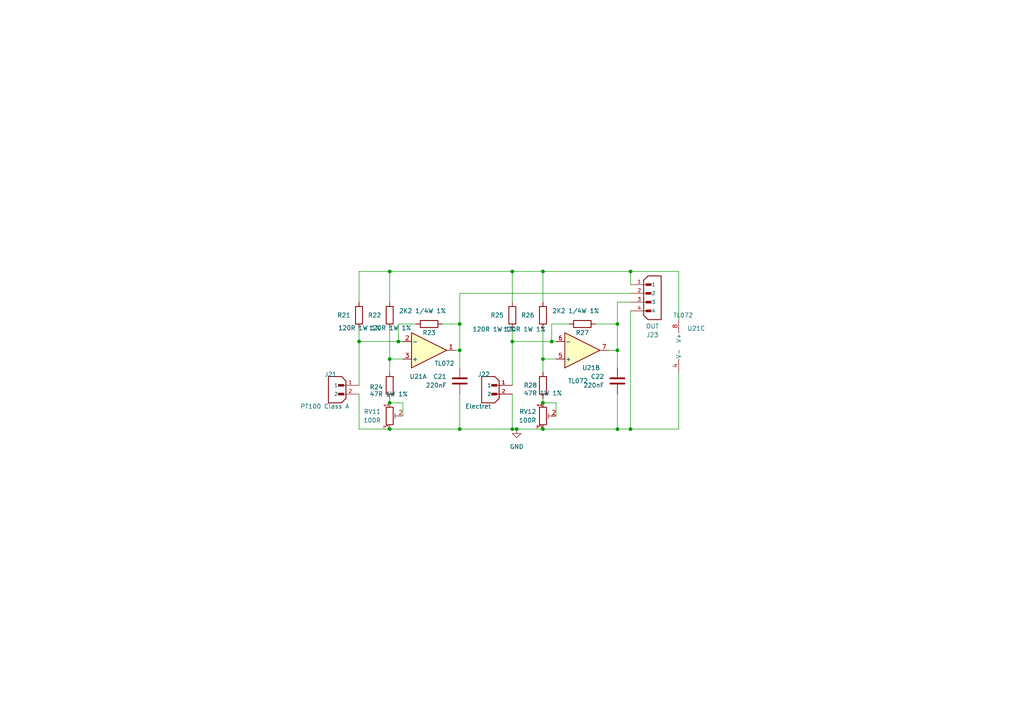
<source format=kicad_sch>
(kicad_sch (version 20231120) (generator "eeschema") (generator_version "8.0")
  (paper "A4")
  (lib_symbols
    (symbol "Amplifier_Operational:TL072" (pin_names (offset 0.127))
      (property "Reference" "U" (at 0 5.08 0))
      (property "Value" "TL072" (at 0 -5.08 0))
      (symbol "TL072_1_1"
        (polyline (pts (xy -5.08 5.08) (xy 5.08 0) (xy -5.08 -5.08) (xy -5.08 5.08)) (stroke (width 0.254)) (fill (type background)))
        (pin output line (at 7.62 0 180) (length 2.54) (name "~") (number "1"))
        (pin input line (at -7.62 -2.54 0) (length 2.54) (name "-") (number "2"))
        (pin input line (at -7.62 2.54 0) (length 2.54) (name "+") (number "3"))
      )
      (symbol "TL072_2_1"
        (polyline (pts (xy -5.08 5.08) (xy 5.08 0) (xy -5.08 -5.08) (xy -5.08 5.08)) (stroke (width 0.254)) (fill (type background)))
        (pin input line (at -7.62 2.54 0) (length 2.54) (name "+") (number "5"))
        (pin input line (at -7.62 -2.54 0) (length 2.54) (name "-") (number "6"))
        (pin output line (at 7.62 0 180) (length 2.54) (name "~") (number "7"))
      )
      (symbol "TL072_3_1"
        (pin power_in line (at -2.54 -7.62 90) (length 3.81) (name "V-") (number "4"))
        (pin power_in line (at -2.54 7.62 270) (length 3.81) (name "V+") (number "8"))
      )
    )
    (symbol "Device:C" (pin_numbers hide) (pin_names (offset 0.254))
      (property "Reference" "C" (at 0.635 2.54 0))
      (property "Value" "C" (at 0.635 -2.54 0))
      (symbol "C_0_1"
        (polyline (pts (xy -2.032 -0.762) (xy 2.032 -0.762)) (stroke (width 0.508)))
        (polyline (pts (xy -2.032 0.762) (xy 2.032 0.762)) (stroke (width 0.508)))
      )
      (symbol "C_1_1"
        (pin passive line (at 0 3.81 270) (length 2.794) (name "~") (number "1"))
        (pin passive line (at 0 -3.81 90) (length 2.794) (name "~") (number "2"))
      )
    )
    (symbol "Device:R" (pin_numbers hide) (pin_names (offset 0))
      (property "Reference" "R" (at 2.032 0 90))
      (property "Value" "R" (at 0 0 90))
      (symbol "R_0_1"
        (rectangle (start -1.016 -2.54) (end 1.016 2.54) (stroke (width 0.254)))
      )
      (symbol "R_1_1"
        (pin passive line (at 0 3.81 270) (length 1.27) (name "~") (number "1"))
        (pin passive line (at 0 -3.81 90) (length 1.27) (name "~") (number "2"))
      )
    )
    (symbol "Device:R_Potentiometer_Trim" (pin_names (offset 1.016) hide)
      (property "Reference" "RV" (at -4.445 0 90))
      (property "Value" "R_Potentiometer_Trim" (at -2.54 0 90))
      (symbol "R_Potentiometer_Trim_0_1"
        (polyline (pts (xy 1.524 0.762) (xy 1.524 -0.762)))
        (polyline (pts (xy 2.54 0) (xy 1.524 0)))
        (rectangle (start 1.016 2.54) (end -1.016 -2.54) (stroke (width 0.254)))
      )
      (symbol "R_Potentiometer_Trim_1_1"
        (pin passive line (at 0 3.81 270) (length 1.27) (name "1") (number "1"))
        (pin passive line (at 3.81 0 180) (length 1.27) (name "2") (number "2"))
        (pin passive line (at 0 -3.81 90) (length 1.27) (name "3") (number "3"))
      )
    )
    (symbol "JST2PINFEMALE:B2B-XH-A" (pin_names (offset 1.016))
      (property "Reference" "J" (at -2.54 6.35 0))
      (property "Value" "JST-2PIN" (at -2.54 -5.08 0))
      (symbol "B2B-XH-A_0_0"
        (rectangle (start -3.175 -0.3175) (end -1.5875 0.3175) (stroke (width 0.1)) (fill (type outline)))
        (rectangle (start -3.175 2.2225) (end -1.5875 2.8575) (stroke (width 0.1)) (fill (type outline)))
        (polyline (pts (xy -3.81 -1.27) (xy -2.54 -2.54)) (stroke (width 0.254)))
        (polyline (pts (xy -3.81 3.81) (xy -3.81 -1.27)) (stroke (width 0.254)))
        (polyline (pts (xy -3.81 3.81) (xy -2.54 5.08)) (stroke (width 0.254)))
        (polyline (pts (xy -2.54 -2.54) (xy 1.27 -2.54)) (stroke (width 0.254)))
        (polyline (pts (xy 1.27 -2.54) (xy 1.27 5.08)) (stroke (width 0.254)))
        (polyline (pts (xy 1.27 5.08) (xy -2.54 5.08)) (stroke (width 0.254)))
        (pin passive line (at -7.62 2.54 0) (length 5.08) (name "1") (number "1"))
        (pin passive line (at -7.62 0 0) (length 5.08) (name "2") (number "2"))
      )
    )
    (symbol "JST4PINFEMALE:B4B-XH-A_LF__SN_" (pin_names (offset 1.016))
      (property "Reference" "J" (at -2.54 6.35 0))
      (property "Value" "JST-4PIN" (at -2.54 -10.16 0))
      (symbol "B4B-XH-A_LF__SN__0_0"
        (rectangle (start -3.175 -5.3975) (end -1.5875 -4.7625) (stroke (width 0.1)) (fill (type outline)))
        (rectangle (start -3.175 -2.8575) (end -1.5875 -2.2225) (stroke (width 0.1)) (fill (type outline)))
        (rectangle (start -3.175 -0.3175) (end -1.5875 0.3175) (stroke (width 0.1)) (fill (type outline)))
        (rectangle (start -3.175 2.2225) (end -1.5875 2.8575) (stroke (width 0.1)) (fill (type outline)))
        (polyline (pts (xy -3.81 -6.35) (xy -2.54 -7.62)) (stroke (width 0.254)))
        (polyline (pts (xy -3.81 3.81) (xy -3.81 -6.35)) (stroke (width 0.254)))
        (polyline (pts (xy -3.81 3.81) (xy -2.54 5.08)) (stroke (width 0.254)))
        (polyline (pts (xy -2.54 -7.62) (xy 1.27 -7.62)) (stroke (width 0.254)))
        (polyline (pts (xy 1.27 -7.62) (xy 1.27 5.08)) (stroke (width 0.254)))
        (polyline (pts (xy 1.27 5.08) (xy -2.54 5.08)) (stroke (width 0.254)))
        (pin passive line (at -7.62 2.54 0) (length 5.08) (name "1") (number "1"))
        (pin passive line (at -7.62 0 0) (length 5.08) (name "2") (number "2"))
        (pin passive line (at -7.62 -2.54 0) (length 5.08) (name "3") (number "3"))
        (pin passive line (at -7.62 -5.08 0) (length 5.08) (name "4") (number "4"))
      )
    )
    (symbol "power:GND" (power) (pin_names (offset 0))
      (property "Value" "GND" (at 0 -3.81 0))
      (symbol "GND_0_1"
        (polyline (pts (xy 0 0) (xy 0 -1.27) (xy 1.27 -1.27) (xy 0 -2.54) (xy -1.27 -1.27) (xy 0 -1.27)))
      )
      (symbol "GND_1_1"
        (pin power_in line (at 0 0 270) (length 0) hide (name "GND") (number "1"))
      )
    )
  )
  (junction (at 133.35 93.98))
  (junction (at 149.86 124.46))
  (junction (at 157.48 78.74))
  (junction (at 157.48 124.46))
  (junction (at 179.07 93.98))
  (junction (at 115.57 99.06))
  (junction (at 179.07 124.46))
  (junction (at 179.07 101.6))
  (junction (at 104.14 99.06))
  (junction (at 113.03 104.14))
  (junction (at 160.02 99.06))
  (junction (at 133.35 124.46))
  (junction (at 133.35 101.6))
  (junction (at 182.88 124.46))
  (junction (at 182.88 78.74))
  (junction (at 157.48 104.14))
  (junction (at 113.03 124.46))
  (junction (at 157.48 116.84))
  (junction (at 148.59 78.74))
  (junction (at 113.03 78.74))
  (junction (at 148.59 124.46))
  (junction (at 113.03 116.84))
  (junction (at 148.59 99.06))
  (wire (pts (xy 161.29 116.84) (xy 157.48 116.84)))
  (wire (pts (xy 104.14 78.74) (xy 104.14 87.63)))
  (wire (pts (xy 113.03 124.46) (xy 133.35 124.46)))
  (wire (pts (xy 104.14 99.06) (xy 115.57 99.06)))
  (wire (pts (xy 133.35 85.09) (xy 133.35 93.98)))
  (wire (pts (xy 157.48 115.57) (xy 157.48 116.84)))
  (wire (pts (xy 115.57 93.98) (xy 115.57 99.06)))
  (wire (pts (xy 196.85 92.71) (xy 196.85 78.74)))
  (wire (pts (xy 182.88 124.46) (xy 196.85 124.46)))
  (wire (pts (xy 182.88 78.74) (xy 196.85 78.74)))
  (wire (pts (xy 148.59 114.3) (xy 148.59 124.46)))
  (wire (pts (xy 157.48 104.14) (xy 161.29 104.14)))
  (wire (pts (xy 157.48 107.95) (xy 157.48 104.14)))
  (wire (pts (xy 113.03 116.84) (xy 116.84 116.84)))
  (wire (pts (xy 116.84 116.84) (xy 116.84 120.65)))
  (wire (pts (xy 179.07 114.3) (xy 179.07 124.46)))
  (wire (pts (xy 133.35 101.6) (xy 133.35 106.68)))
  (wire (pts (xy 160.02 93.98) (xy 160.02 99.06)))
  (wire (pts (xy 179.07 124.46) (xy 182.88 124.46)))
  (wire (pts (xy 113.03 78.74) (xy 148.59 78.74)))
  (wire (pts (xy 104.14 99.06) (xy 104.14 111.76)))
  (wire (pts (xy 179.07 93.98) (xy 179.07 101.6)))
  (wire (pts (xy 182.88 90.17) (xy 182.88 124.46)))
  (wire (pts (xy 104.14 124.46) (xy 113.03 124.46)))
  (wire (pts (xy 133.35 93.98) (xy 133.35 101.6)))
  (wire (pts (xy 157.48 95.25) (xy 157.48 104.14)))
  (wire (pts (xy 179.07 106.68) (xy 179.07 101.6)))
  (wire (pts (xy 133.35 114.3) (xy 133.35 124.46)))
  (wire (pts (xy 148.59 78.74) (xy 157.48 78.74)))
  (wire (pts (xy 133.35 93.98) (xy 128.27 93.98)))
  (wire (pts (xy 113.03 78.74) (xy 113.03 87.63)))
  (wire (pts (xy 176.53 101.6) (xy 179.07 101.6)))
  (wire (pts (xy 182.88 78.74) (xy 182.88 82.55)))
  (wire (pts (xy 133.35 101.6) (xy 132.08 101.6)))
  (wire (pts (xy 104.14 95.25) (xy 104.14 99.06)))
  (wire (pts (xy 115.57 93.98) (xy 120.65 93.98)))
  (wire (pts (xy 148.59 78.74) (xy 148.59 87.63)))
  (wire (pts (xy 115.57 99.06) (xy 116.84 99.06)))
  (wire (pts (xy 179.07 87.63) (xy 182.88 87.63)))
  (wire (pts (xy 165.1 93.98) (xy 160.02 93.98)))
  (wire (pts (xy 149.86 124.46) (xy 157.48 124.46)))
  (wire (pts (xy 113.03 95.25) (xy 113.03 104.14)))
  (wire (pts (xy 113.03 115.57) (xy 113.03 116.84)))
  (wire (pts (xy 104.14 78.74) (xy 113.03 78.74)))
  (wire (pts (xy 196.85 107.95) (xy 196.85 124.46)))
  (wire (pts (xy 148.59 99.06) (xy 160.02 99.06)))
  (wire (pts (xy 157.48 124.46) (xy 179.07 124.46)))
  (wire (pts (xy 148.59 111.76) (xy 148.59 99.06)))
  (wire (pts (xy 133.35 124.46) (xy 148.59 124.46)))
  (wire (pts (xy 148.59 124.46) (xy 149.86 124.46)))
  (wire (pts (xy 133.35 85.09) (xy 182.88 85.09)))
  (wire (pts (xy 148.59 95.25) (xy 148.59 99.06)))
  (wire (pts (xy 161.29 120.65) (xy 161.29 116.84)))
  (wire (pts (xy 160.02 99.06) (xy 161.29 99.06)))
  (wire (pts (xy 157.48 78.74) (xy 182.88 78.74)))
  (wire (pts (xy 179.07 87.63) (xy 179.07 93.98)))
  (wire (pts (xy 104.14 114.3) (xy 104.14 124.46)))
  (wire (pts (xy 113.03 104.14) (xy 116.84 104.14)))
  (wire (pts (xy 157.48 78.74) (xy 157.48 87.63)))
  (wire (pts (xy 172.72 93.98) (xy 179.07 93.98)))
  (wire (pts (xy 113.03 104.14) (xy 113.03 107.95)))
  (symbol (lib_id "power:GND") (at 149.86 124.46 0) (unit 1)
    (property "Reference" "#PWR01" (effects (hide yes)))
    (property "Value" "GND" (at 149.86 129.54 0))
  )
  (symbol (lib_id "Amplifier_Operational:TL072") (at 168.91 101.6 0) (mirror x) (unit 2)
    (property "Reference" "U21" (at 171.45 106.68 0))
    (property "Value" "TL072" (at 167.64 110.49 0))
    (property "Footprint" "Package_DIP:DIP-8_W7.62mm_LongPads" (effects (hide yes)))
    (property "Datasheet" "http://www.ti.com/lit/ds/symlink/tl071.pdf" (effects (hide yes)))
  )
  (symbol (lib_id "Device:C") (at 179.07 110.49 0) (mirror y) (unit 1)
    (property "Reference" "C22" (at 175.26 109.2199 0) (effects (justify left)))
    (property "Value" "220nF" (at 175.26 111.7599 0) (effects (justify left)))
    (property "Footprint" "Capacitor_THT:C_Rect_L9.0mm_W3.3mm_P7.50mm_MKT" (effects (hide yes)))
  )
  (symbol (lib_id "Device:R_Potentiometer_Trim") (at 113.03 120.65 0) (unit 1)
    (property "Reference" "RV11" (at 110.49 119.3799 0) (effects (justify right)))
    (property "Value" "100R" (at 110.49 121.9199 0) (effects (justify right)))
    (property "Footprint" "Connector_PinHeader_2.54mm:PinHeader_1x03_P2.54mm_Vertical" (effects (hide yes)))
  )
  (symbol (lib_id "Device:R_Potentiometer_Trim") (at 157.48 120.65 0) (unit 1)
    (property "Reference" "RV12" (at 155.575 119.3799 0) (effects (justify right)))
    (property "Value" "100R" (at 155.575 121.92 0) (effects (justify right)))
    (property "Footprint" "Connector_PinHeader_2.54mm:PinHeader_1x03_P2.54mm_Vertical" (effects (hide yes)))
  )
  (symbol (lib_id "Amplifier_Operational:TL072") (at 124.46 101.6 0) (mirror x) (unit 1)
    (property "Reference" "U21" (at 121.285 109.22 0))
    (property "Value" "TL072" (at 128.905 105.41 0))
    (property "Footprint" "Package_DIP:DIP-8_W7.62mm_LongPads" (effects (hide yes)))
    (property "Datasheet" "http://www.ti.com/lit/ds/symlink/tl071.pdf" (effects (hide yes)))
  )
  (symbol (lib_id "Device:R") (at 104.14 91.44 0) (unit 1)
    (property "Reference" "R21" (at 97.79 91.44 0) (effects (justify left)))
    (property "Value" "120R 1W 1%" (at 98.044 95.123 0) (effects (justify left)))
    (property "Footprint" "Resistor_THT:R_Axial_DIN0309_L9.0mm_D3.2mm_P12.70mm_Horizontal" (effects (hide yes)))
  )
  (symbol (lib_id "Amplifier_Operational:TL072") (at 199.39 100.33 0) (unit 3)
    (property "Reference" "U21" (at 201.93 95.25 0))
    (property "Value" "TL072" (at 198.12 91.44 0))
    (property "Footprint" "Package_DIP:DIP-8_W7.62mm_LongPads" (effects (hide yes)))
    (property "Datasheet" "http://www.ti.com/lit/ds/symlink/tl071.pdf" (effects (hide yes)))
  )
  (symbol (lib_id "Device:R") (at 113.03 111.76 0) (unit 1)
    (property "Reference" "R24" (at 107.188 112.268 0) (effects (justify left)))
    (property "Value" "47R 1W 1%" (at 107.188 114.3 0) (effects (justify left)))
    (property "Footprint" "Resistor_THT:R_Axial_DIN0309_L9.0mm_D3.2mm_P12.70mm_Horizontal" (effects (hide yes)))
  )
  (symbol (lib_id "JST4PINFEMALE:B4B-XH-A_LF__SN_") (at 190.5 85.09 0) (unit 1)
    (property "Reference" "J23" (at 189.23 97.155 0))
    (property "Value" "OUT" (at 189.23 94.615 0))
    (property "Footprint" "Connector_PinHeader_2.54mm:PinHeader_1x04_P2.54mm_Vertical" (effects (hide yes)))
  )
  (symbol (lib_id "Device:R") (at 168.91 93.98 270) (unit 1)
    (property "Reference" "R27" (at 168.91 96.52 90))
    (property "Value" "2K2 1/4W 1%" (at 167.005 90.17 90))
    (property "Footprint" "Project_Fania_Ersa:R_Axial_DIN0207_L6.3mm_D2.5mm_P10.16mm_HorBigPad" (effects (hide yes)))
  )
  (symbol (lib_id "Device:R") (at 157.48 111.76 0) (unit 1)
    (property "Reference" "R28" (at 151.892 111.76 0) (effects (justify left)))
    (property "Value" "47R 1W 1%" (at 151.892 114.046 0) (effects (justify left)))
    (property "Footprint" "Resistor_THT:R_Axial_DIN0309_L9.0mm_D3.2mm_P12.70mm_Horizontal" (effects (hide yes)))
  )
  (symbol (lib_id "Device:R") (at 148.59 91.44 0) (unit 1)
    (property "Reference" "R25" (at 142.24 91.44 0) (effects (justify left)))
    (property "Value" "120R 1W 1%" (at 137.033 95.504 0) (effects (justify left)))
    (property "Footprint" "Resistor_THT:R_Axial_DIN0309_L9.0mm_D3.2mm_P12.70mm_Horizontal" (effects (hide yes)))
  )
  (symbol (lib_id "Device:R") (at 157.48 91.44 0) (unit 1)
    (property "Reference" "R26" (at 151.13 91.44 0) (effects (justify left)))
    (property "Value" "120R 1W 1%" (at 145.923 95.504 0) (effects (justify left)))
    (property "Footprint" "Resistor_THT:R_Axial_DIN0309_L9.0mm_D3.2mm_P12.70mm_Horizontal" (effects (hide yes)))
  )
  (symbol (lib_id "Device:C") (at 133.35 110.49 0) (mirror y) (unit 1)
    (property "Reference" "C21" (at 129.54 109.2199 0) (effects (justify left)))
    (property "Value" "220nF" (at 129.54 111.7599 0) (effects (justify left)))
    (property "Footprint" "Capacitor_THT:C_Rect_L9.0mm_W3.3mm_P7.50mm_MKT" (effects (hide yes)))
  )
  (symbol (lib_id "Device:R") (at 113.03 91.44 0) (unit 1)
    (property "Reference" "R22" (at 106.68 91.44 0) (effects (justify left)))
    (property "Value" "120R 1W 1%" (at 106.934 95.123 0) (effects (justify left)))
    (property "Footprint" "Resistor_THT:R_Axial_DIN0309_L9.0mm_D3.2mm_P12.70mm_Horizontal" (effects (hide yes)))
  )
  (symbol (lib_id "JST2PINFEMALE:B2B-XH-A") (at 140.97 114.3 0) (mirror y) (unit 1)
    (property "Reference" "J22" (at 140.335 108.585 0))
    (property "Value" "Electret" (at 138.684 117.856 0))
    (property "Footprint" "Connector_PinSocket_2.54mm:PinSocket_1x02_P2.54mm_Vertical" (effects (hide yes)))
  )
  (symbol (lib_id "JST2PINFEMALE:B2B-XH-A") (at 96.52 114.3 0) (mirror y) (unit 1)
    (property "Reference" "J21" (at 95.885 108.585 0))
    (property "Value" "PT100 Class A" (at 94.234 117.856 0))
    (property "Footprint" "Connector_PinSocket_2.54mm:PinSocket_1x02_P2.54mm_Vertical" (effects (hide yes)))
  )
  (symbol (lib_id "Device:R") (at 124.46 93.98 270) (unit 1)
    (property "Reference" "R23" (at 124.46 96.52 90))
    (property "Value" "2K2 1/4W 1%" (at 122.555 90.17 90))
    (property "Footprint" "Project_Fania_Ersa:R_Axial_DIN0207_L6.3mm_D2.5mm_P10.16mm_HorBigPad" (effects (hide yes)))
  )
)
</source>
